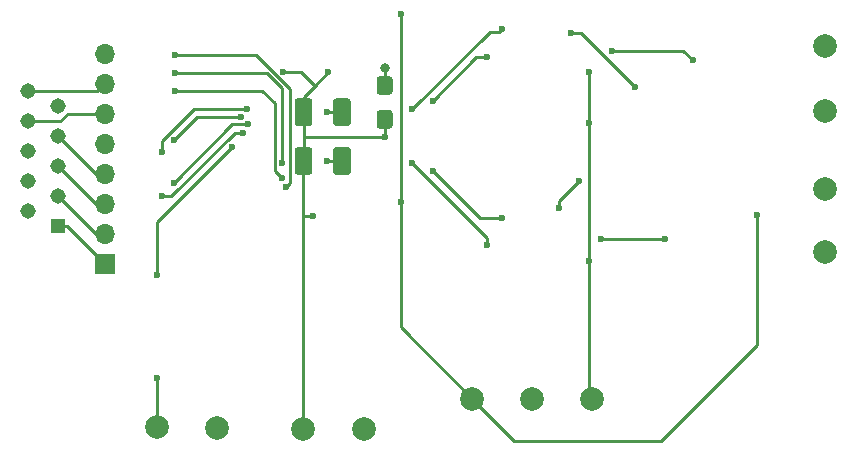
<source format=gbr>
G04 #@! TF.GenerationSoftware,KiCad,Pcbnew,(5.1.10-0-10_14)*
G04 #@! TF.CreationDate,2021-06-26T15:37:50+02:00*
G04 #@! TF.ProjectId,dac-pcm1792a,6461632d-7063-46d3-9137-3932612e6b69,rev?*
G04 #@! TF.SameCoordinates,Original*
G04 #@! TF.FileFunction,Copper,L2,Bot*
G04 #@! TF.FilePolarity,Positive*
%FSLAX46Y46*%
G04 Gerber Fmt 4.6, Leading zero omitted, Abs format (unit mm)*
G04 Created by KiCad (PCBNEW (5.1.10-0-10_14)) date 2021-06-26 15:37:50*
%MOMM*%
%LPD*%
G01*
G04 APERTURE LIST*
G04 #@! TA.AperFunction,ComponentPad*
%ADD10C,2.000000*%
G04 #@! TD*
G04 #@! TA.AperFunction,ComponentPad*
%ADD11O,1.700000X1.700000*%
G04 #@! TD*
G04 #@! TA.AperFunction,ComponentPad*
%ADD12R,1.700000X1.700000*%
G04 #@! TD*
G04 #@! TA.AperFunction,ComponentPad*
%ADD13R,1.308000X1.308000*%
G04 #@! TD*
G04 #@! TA.AperFunction,ComponentPad*
%ADD14C,1.308000*%
G04 #@! TD*
G04 #@! TA.AperFunction,ViaPad*
%ADD15C,0.800000*%
G04 #@! TD*
G04 #@! TA.AperFunction,ViaPad*
%ADD16C,0.600000*%
G04 #@! TD*
G04 #@! TA.AperFunction,Conductor*
%ADD17C,0.250000*%
G04 #@! TD*
G04 #@! TA.AperFunction,Conductor*
%ADD18C,0.500000*%
G04 #@! TD*
G04 APERTURE END LIST*
D10*
X141287500Y-111760000D03*
X180340000Y-96837500D03*
X180340000Y-91440000D03*
D11*
X119380000Y-80010000D03*
X119380000Y-82550000D03*
X119380000Y-85090000D03*
X119380000Y-87630000D03*
X119380000Y-90170000D03*
X119380000Y-92710000D03*
X119380000Y-95250000D03*
D12*
X119380000Y-97790000D03*
G04 #@! TA.AperFunction,SMDPad,CuDef*
G36*
G01*
X138696000Y-90015500D02*
X138696000Y-88165500D01*
G75*
G02*
X138946000Y-87915500I250000J0D01*
G01*
X139946000Y-87915500D01*
G75*
G02*
X140196000Y-88165500I0J-250000D01*
G01*
X140196000Y-90015500D01*
G75*
G02*
X139946000Y-90265500I-250000J0D01*
G01*
X138946000Y-90265500D01*
G75*
G02*
X138696000Y-90015500I0J250000D01*
G01*
G37*
G04 #@! TD.AperFunction*
G04 #@! TA.AperFunction,SMDPad,CuDef*
G36*
G01*
X135446000Y-90015500D02*
X135446000Y-88165500D01*
G75*
G02*
X135696000Y-87915500I250000J0D01*
G01*
X136696000Y-87915500D01*
G75*
G02*
X136946000Y-88165500I0J-250000D01*
G01*
X136946000Y-90015500D01*
G75*
G02*
X136696000Y-90265500I-250000J0D01*
G01*
X135696000Y-90265500D01*
G75*
G02*
X135446000Y-90015500I0J250000D01*
G01*
G37*
G04 #@! TD.AperFunction*
G04 #@! TA.AperFunction,SMDPad,CuDef*
G36*
G01*
X138696000Y-85888000D02*
X138696000Y-84038000D01*
G75*
G02*
X138946000Y-83788000I250000J0D01*
G01*
X139946000Y-83788000D01*
G75*
G02*
X140196000Y-84038000I0J-250000D01*
G01*
X140196000Y-85888000D01*
G75*
G02*
X139946000Y-86138000I-250000J0D01*
G01*
X138946000Y-86138000D01*
G75*
G02*
X138696000Y-85888000I0J250000D01*
G01*
G37*
G04 #@! TD.AperFunction*
G04 #@! TA.AperFunction,SMDPad,CuDef*
G36*
G01*
X135446000Y-85888000D02*
X135446000Y-84038000D01*
G75*
G02*
X135696000Y-83788000I250000J0D01*
G01*
X136696000Y-83788000D01*
G75*
G02*
X136946000Y-84038000I0J-250000D01*
G01*
X136946000Y-85888000D01*
G75*
G02*
X136696000Y-86138000I-250000J0D01*
G01*
X135696000Y-86138000D01*
G75*
G02*
X135446000Y-85888000I0J250000D01*
G01*
G37*
G04 #@! TD.AperFunction*
G04 #@! TA.AperFunction,SMDPad,CuDef*
G36*
G01*
X143490501Y-83487500D02*
X142640499Y-83487500D01*
G75*
G02*
X142390500Y-83237501I0J249999D01*
G01*
X142390500Y-82162499D01*
G75*
G02*
X142640499Y-81912500I249999J0D01*
G01*
X143490501Y-81912500D01*
G75*
G02*
X143740500Y-82162499I0J-249999D01*
G01*
X143740500Y-83237501D01*
G75*
G02*
X143490501Y-83487500I-249999J0D01*
G01*
G37*
G04 #@! TD.AperFunction*
G04 #@! TA.AperFunction,SMDPad,CuDef*
G36*
G01*
X143490501Y-86362500D02*
X142640499Y-86362500D01*
G75*
G02*
X142390500Y-86112501I0J249999D01*
G01*
X142390500Y-85037499D01*
G75*
G02*
X142640499Y-84787500I249999J0D01*
G01*
X143490501Y-84787500D01*
G75*
G02*
X143740500Y-85037499I0J-249999D01*
G01*
X143740500Y-86112501D01*
G75*
G02*
X143490501Y-86362500I-249999J0D01*
G01*
G37*
G04 #@! TD.AperFunction*
D13*
X115421000Y-94615000D03*
D14*
X112881000Y-93345000D03*
X115421000Y-92075000D03*
X112881000Y-90805000D03*
X115421000Y-89535000D03*
X112881000Y-88265000D03*
X115421000Y-86995000D03*
X112881000Y-85725000D03*
X115421000Y-84455000D03*
X112881000Y-83185000D03*
D10*
X155575000Y-109220000D03*
X160655000Y-109220000D03*
X150495000Y-109220000D03*
X180340000Y-79375000D03*
X180340000Y-84899500D03*
X136144000Y-111760000D03*
X128841500Y-111696500D03*
X123825000Y-111633000D03*
D15*
X143065500Y-81216500D03*
D16*
X130175000Y-87947500D03*
X123825000Y-98742500D03*
X123825000Y-107442000D03*
X131107564Y-86720355D03*
X124206000Y-92075000D03*
X131508500Y-85979000D03*
X125222000Y-90932000D03*
X131381500Y-84709000D03*
X124206000Y-88328500D03*
X130890347Y-85340483D03*
X125222000Y-87312500D03*
X134493000Y-81534000D03*
X143065500Y-87058500D03*
X136969500Y-93726000D03*
X138239500Y-81597500D03*
X160401000Y-97536000D03*
X160401000Y-81597500D03*
X160401000Y-85852000D03*
X144462500Y-92583000D03*
X144462500Y-76644500D03*
X174561500Y-93662500D03*
X162306000Y-79756000D03*
X169164000Y-80581500D03*
X138176000Y-84963000D03*
X138176000Y-89090500D03*
X153035000Y-93916500D03*
X147129500Y-89916000D03*
X151765000Y-96202500D03*
X145415000Y-89281000D03*
X145415000Y-84709000D03*
X153019692Y-77914501D03*
X151765000Y-80327500D03*
X147129500Y-84010500D03*
X134749083Y-91253318D03*
X125349000Y-80137000D03*
X134366000Y-89281000D03*
X125349000Y-81661000D03*
X134366000Y-90551000D03*
X125349000Y-83185000D03*
X159512000Y-90805000D03*
X157797500Y-93091000D03*
X166814500Y-95694500D03*
X161353500Y-95694500D03*
X164274500Y-82804000D03*
X158813500Y-78232000D03*
D17*
X143065500Y-82700000D02*
X143065500Y-81216500D01*
X123825000Y-94297500D02*
X130175000Y-87947500D01*
X123825000Y-98742500D02*
X123825000Y-94297500D01*
X123825000Y-111633000D02*
X123825000Y-107442000D01*
X130358647Y-86720355D02*
X131107564Y-86720355D01*
X125004002Y-92075000D02*
X130358647Y-86720355D01*
X124206000Y-92075000D02*
X125004002Y-92075000D01*
X125222000Y-90932000D02*
X130175000Y-85979000D01*
X130175000Y-85979000D02*
X131508500Y-85979000D01*
X124206000Y-87403498D02*
X124206000Y-88328500D01*
X126900498Y-84709000D02*
X124206000Y-87403498D01*
X131381500Y-84709000D02*
X126900498Y-84709000D01*
X127194017Y-85340483D02*
X125222000Y-87312500D01*
X130890347Y-85340483D02*
X127194017Y-85340483D01*
D18*
X136207500Y-89102000D02*
X136196000Y-89090500D01*
D17*
X143065500Y-87058500D02*
X143065500Y-85575000D01*
X136144000Y-89142500D02*
X136196000Y-89090500D01*
X136207500Y-93726000D02*
X136144000Y-93662500D01*
X136969500Y-93726000D02*
X136207500Y-93726000D01*
X136144000Y-93662500D02*
X136144000Y-89142500D01*
X136144000Y-111760000D02*
X136144000Y-93662500D01*
X136207500Y-87058500D02*
X136196000Y-87070000D01*
X143065500Y-87058500D02*
X136207500Y-87058500D01*
X136196000Y-87070000D02*
X136196000Y-84963000D01*
X136196000Y-89090500D02*
X136196000Y-87070000D01*
X136196000Y-84963000D02*
X136196000Y-83641000D01*
X134493000Y-81534000D02*
X135953500Y-81534000D01*
X137128250Y-82708750D02*
X138239500Y-81597500D01*
X135953500Y-81534000D02*
X137128250Y-82708750D01*
X136196000Y-83641000D02*
X137128250Y-82708750D01*
X160401000Y-85852000D02*
X160401000Y-81597500D01*
X160401000Y-97536000D02*
X160401000Y-85852000D01*
X160401000Y-108966000D02*
X160655000Y-109220000D01*
X160401000Y-97536000D02*
X160401000Y-108966000D01*
X144462500Y-92583000D02*
X144462500Y-76644500D01*
X150495000Y-109220000D02*
X154051000Y-112776000D01*
X154051000Y-112776000D02*
X166433500Y-112776000D01*
X174561500Y-104648000D02*
X174561500Y-93662500D01*
X166433500Y-112776000D02*
X174561500Y-104648000D01*
X150495000Y-109220000D02*
X144462500Y-103187500D01*
X144462500Y-103187500D02*
X144462500Y-92583000D01*
X168338500Y-79756000D02*
X169164000Y-80581500D01*
X162306000Y-79756000D02*
X168338500Y-79756000D01*
X138176000Y-84963000D02*
X139446000Y-84963000D01*
X138176000Y-89090500D02*
X139446000Y-89090500D01*
X151130000Y-93916500D02*
X153035000Y-93916500D01*
X147129500Y-89916000D02*
X151130000Y-93916500D01*
X151765000Y-96202500D02*
X151765000Y-95631000D01*
X151765000Y-95631000D02*
X145415000Y-89281000D01*
X145415000Y-84709000D02*
X151955500Y-78168500D01*
X152765693Y-78168500D02*
X153019692Y-77914501D01*
X151955500Y-78168500D02*
X152765693Y-78168500D01*
X150812500Y-80327500D02*
X151765000Y-80327500D01*
X147129500Y-84010500D02*
X150812500Y-80327500D01*
X118745000Y-83185000D02*
X119380000Y-82550000D01*
X112881000Y-83185000D02*
X118745000Y-83185000D01*
X116234922Y-85090000D02*
X119380000Y-85090000D01*
X115599922Y-85725000D02*
X116234922Y-85090000D01*
X112881000Y-85725000D02*
X115599922Y-85725000D01*
X135049082Y-82977672D02*
X132208410Y-80137000D01*
X135049082Y-90953319D02*
X135049082Y-82977672D01*
X134749083Y-91253318D02*
X135049082Y-90953319D01*
X132208410Y-80137000D02*
X125349000Y-80137000D01*
X134366000Y-89281000D02*
X134366000Y-82931000D01*
X133096000Y-81661000D02*
X125349000Y-81661000D01*
X134366000Y-82931000D02*
X133096000Y-81661000D01*
X133740999Y-89925999D02*
X133740999Y-84210999D01*
X134366000Y-90551000D02*
X133740999Y-89925999D01*
X133740999Y-84210999D02*
X132715000Y-83185000D01*
X132715000Y-83185000D02*
X125349000Y-83185000D01*
X159512000Y-90805000D02*
X157797500Y-92519500D01*
X157797500Y-92519500D02*
X157797500Y-93091000D01*
X166814500Y-95694500D02*
X161353500Y-95694500D01*
X159702500Y-78232000D02*
X158813500Y-78232000D01*
X164274500Y-82804000D02*
X159702500Y-78232000D01*
X118596000Y-90170000D02*
X119380000Y-90170000D01*
X115421000Y-86995000D02*
X118596000Y-90170000D01*
X118596000Y-92710000D02*
X119380000Y-92710000D01*
X115421000Y-89535000D02*
X118596000Y-92710000D01*
X118596000Y-95250000D02*
X119380000Y-95250000D01*
X115421000Y-92075000D02*
X118596000Y-95250000D01*
X116205000Y-94615000D02*
X119380000Y-97790000D01*
X115421000Y-94615000D02*
X116205000Y-94615000D01*
M02*

</source>
